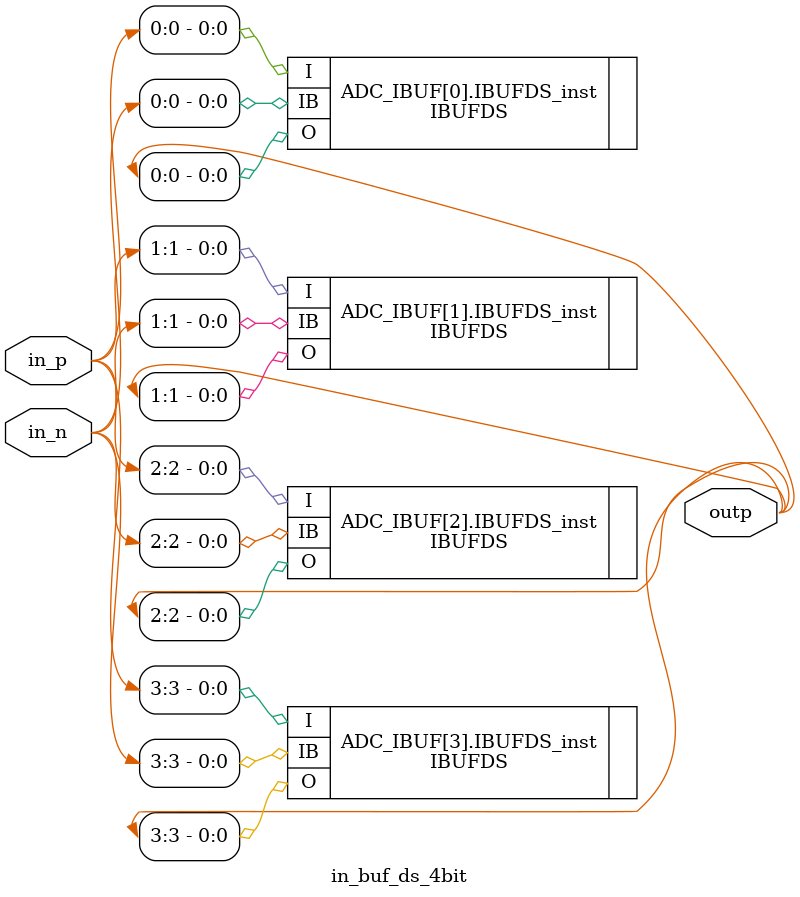
<source format=v>
`timescale 1ns / 1ps


module in_buf_ds_4bit(
    input [3:0] in_p,
    input [3:0] in_n,
    output [3:0] outp
    );
genvar gg;
  generate
    for (gg=0; gg < 4; gg=gg+1)
    begin: ADC_IBUF
   IBUFDS #(
        .DIFF_TERM("TRUE"),       // Differential Termination
        .IBUF_LOW_PWR("FALSE"),     // Low power="TRUE", Highest performance="FALSE" 
        .IOSTANDARD("DEFAULT")     // Specify the input I/O standard
     ) IBUFDS_inst (
        .O(outp[gg]),  // Buffer output
        .I(in_p[gg]),  // Diff_p buffer input (connect directly to top-level port)
        .IB(in_n[gg]) // Diff_n buffer input (connect directly to top-level port)
     );
    end
 endgenerate
   
   
endmodule

</source>
